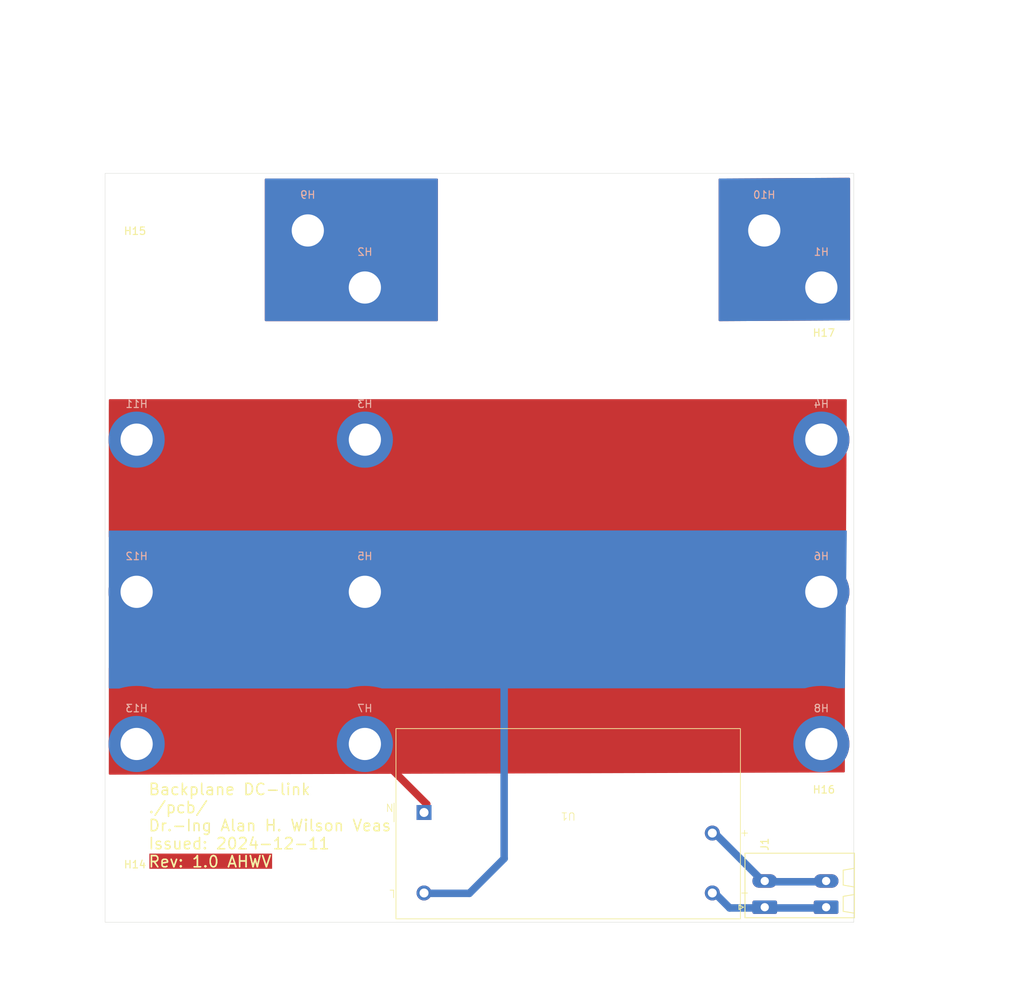
<source format=kicad_pcb>
(kicad_pcb (version 20240108) (generator "pcbnew") (generator_version "8.0")
  (title_block (title "Backplane DC-link") (date "2024-12-11") (rev "1.0") (company "Dr.-Ing Alan H. Wilson Veas") (comment 1 "AHWV"))
  (layers (0 "F.Cu" signal) (31 "B.Cu" signal) (34 "B.Paste" user) (35 "F.Paste" user) (36 "B.SilkS" user "B.Silkscreen") (37 "F.SilkS" user "F.Silkscreen") (38 "B.Mask" user) (39 "F.Mask" user) (44 "Edge.Cuts" user))
  (net 0 "")
  (net 1 "/dcp")
  (net 2 "/dcm")
  (net 3 "/dcn")
  (net 4 "/phb")
  (net 5 "/pha")
  (net 6 "/5v")
  (net 7 "/gnd")
  (footprint "MountingHole:MountingHole_2.7mm_M2.5" (layer "F.Cu") (at 136 65)
    (property "Reference" "H17" (at 0 -3.7 0) (layer "F.SilkS"))
    (property "Value" "MountingHole")
    (pad "" np_thru_hole circle (at 0 0) (size 2.7 2.7) (drill 2.7) (layers "*.Cu" "*.Mask"))
  )
  (footprint "MountingHole:MountingHole_2.7mm_M2.5" (layer "F.Cu") (at 44 136)
    (property "Reference" "H14" (at 0 -3.7 0) (layer "F.SilkS"))
    (property "Value" "MountingHole")
    (pad "" np_thru_hole circle (at 0 0) (size 2.7 2.7) (drill 2.7) (layers "*.Cu" "*.Mask"))
  )
  (footprint "MountingHole:MountingHole_2.7mm_M2.5" (layer "F.Cu") (at 44 44 180)
    (property "Reference" "H15" (at 0 -3.7 0) (layer "F.SilkS"))
    (property "Value" "MountingHole")
    (pad "" np_thru_hole circle (at 0 0 180) (size 2.7 2.7) (drill 2.7) (layers "*.Cu" "*.Mask"))
  )
  (footprint "My_Converter_ACDC:IRM-05-5" (layer "F.Cu") (at 101.85 125.35 180)
    (property "Reference" "U1" (at 0 -0.5 180) (layer "F.SilkS") (effects (font (thickness 0.1))))
    (property "Value" "IRM-05-5")
    (fp_line (start 23.25 -1.25) (end 23.25 1.25) (stroke (width 0.1)) (layer "F.SilkS"))
    (fp_rect (start -23 -14.2) (end 23 11.2) (stroke (width 0.1)) (fill none) (layer "F.SilkS"))
    (fp_text user "L" (at 23 -10.25 180) (layer "F.SilkS") (effects (font (thickness 0.1)) (justify left bottom)))
    (fp_text user "-" (at -24.25 -10.25 180) (layer "F.SilkS") (effects (font (thickness 0.1)) (justify left bottom)))
    (fp_text user "N" (at 23.25 1.25 180) (layer "F.SilkS") (effects (font (thickness 0.1)) (justify left bottom)))
    (fp_text user "+" (at -24.25 -2.25 180) (layer "F.SilkS") (effects (font (thickness 0.1)) (justify left bottom)))
    (pad "1" thru_hole rect (at 19.25 0 180) (size 2 2) (drill 1.2) (layers "*.Cu" "*.Mask") (net 3 "/dcn"))
    (pad "2" thru_hole circle (at 19.25 -10.75 180) (size 2 2) (drill 1.2) (layers "*.Cu" "*.Mask") (net 2 "/dcm"))
    (pad "4" thru_hole circle (at -19.25 -10.75 180) (size 2 2) (drill 1.2) (layers "*.Cu" "*.Mask") (net 7 "/gnd"))
    (pad "5" thru_hole circle (at -19.25 -2.75 180) (size 2 2) (drill 1.2) (layers "*.Cu" "*.Mask") (net 6 "/5v"))
  )
  (footprint "Connector_Phoenix_SPT:PhoenixContact_SPT_1.5_2-H-3.5_1x02_P3.5mm_Horizontal" (layer "F.Cu") (at 128.1 138 90)
    (property "Reference" "J1" (at 8.4 0 90) (layer "F.SilkS"))
    (property "Value" "Conn_01x02")
    (fp_line (start 0.3 -3.44) (end 0 -2.84) (stroke (width 0.12)) (layer "F.SilkS"))
    (fp_line (start -0.3 -3.44) (end 0.3 -3.44) (stroke (width 0.12)) (layer "F.SilkS"))
    (fp_line (start -0.3 -3.44) (end 0 -2.84) (stroke (width 0.12)) (layer "F.SilkS"))
    (fp_line (start 7.21 -2.64) (end 7.21 11.98) (stroke (width 0.12)) (layer "F.SilkS"))
    (fp_line (start -1.41 -2.64) (end 7.21 -2.64) (stroke (width 0.12)) (layer "F.SilkS"))
    (fp_line (start 2.95 10.48) (end 4.95 10.48) (stroke (width 0.12)) (layer "F.SilkS"))
    (fp_line (start -0.55 10.48) (end 1.45 10.48) (stroke (width 0.12)) (layer "F.SilkS"))
    (fp_line (start 7.21 11.98) (end -1.41 11.98) (stroke (width 0.12)) (layer "F.SilkS"))
    (fp_line (start 5.2 11.98) (end 4.95 10.48) (stroke (width 0.12)) (layer "F.SilkS"))
    (fp_line (start 2.7 11.98) (end 2.95 10.48) (stroke (width 0.12)) (layer "F.SilkS"))
    (fp_line (start 1.7 11.98) (end 1.45 10.48) (stroke (width 0.12)) (layer "F.SilkS"))
    (fp_line (start -0.8 11.98) (end -0.55 10.48) (stroke (width 0.12)) (layer "F.SilkS"))
    (fp_line (start -1.41 11.98) (end -1.41 -2.64) (stroke (width 0.12)) (layer "F.SilkS"))
    (pad "1" thru_hole roundrect (at 0 0 90) (size 1.8 3.3) (drill 1.1) (layers "*.Cu" "*.Mask") (roundrect_rratio 0.138889) (net 7 "/gnd"))
    (pad "1" thru_hole roundrect (at 0 8.2 90) (size 1.8 3.3) (drill 1.1) (layers "*.Cu" "*.Mask") (roundrect_rratio 0.138889) (net 7 "/gnd"))
    (pad "2" thru_hole oval (at 3.5 0 90) (size 1.8 3.3) (drill 1.1) (layers "*.Cu" "*.Mask") (net 6 "/5v"))
    (pad "2" thru_hole oval (at 3.5 8.2 90) (size 1.8 3.3) (drill 1.1) (layers "*.Cu" "*.Mask") (net 6 "/5v"))
  )
  (footprint "MountingHole:MountingHole_2.7mm_M2.5" (layer "F.Cu") (at 136 126)
    (property "Reference" "H16" (at 0 -3.7 0) (layer "F.SilkS"))
    (property "Value" "MountingHole")
    (pad "" np_thru_hole circle (at 0 0) (size 2.7 2.7) (drill 2.7) (layers "*.Cu" "*.Mask"))
  )
  (footprint "MountingHole:MountingHole_4.3mm_M4_DIN965_Pad" (layer "B.Cu") (at 44.217999 75.559999 180)
    (property "Reference" "H11" (at 0 4.75 0) (layer "B.SilkS") (effects (justify mirror)))
    (property "Value" "MountingHole_Pad")
    (pad "1" thru_hole circle (at 0 0 180) (size 7.5 7.5) (drill 4.3) (layers "*.Cu" "*.Mask") (net 1 "/dcp"))
  )
  (footprint "MountingHole:MountingHole_4.3mm_M4_DIN965_Pad" (layer "B.Cu") (at 135.657999 75.559999 180)
    (property "Reference" "H4" (at 0 4.75 0) (layer "B.SilkS") (effects (justify mirror)))
    (property "Value" "MountingHole_Pad")
    (pad "1" thru_hole circle (at 0 0 180) (size 7.5 7.5) (drill 4.3) (layers "*.Cu" "*.Mask") (net 1 "/dcp"))
  )
  (footprint "MountingHole:MountingHole_4.3mm_M4_DIN965_Pad" (layer "B.Cu") (at 74.697999 55.239999 180)
    (property "Reference" "H2" (at 0 4.75 0) (layer "B.SilkS") (effects (justify mirror)))
    (property "Value" "MountingHole_Pad")
    (pad "1" thru_hole circle (at 0 0 180) (size 7.5 7.5) (drill 4.3) (layers "*.Cu" "*.Mask") (net 5 "/pha"))
  )
  (footprint "MountingHole:MountingHole_4.3mm_M4_DIN965_Pad" (layer "B.Cu") (at 74.697999 116.199999 180)
    (property "Reference" "H7" (at 0 4.75 0) (layer "B.SilkS") (effects (justify mirror)))
    (property "Value" "MountingHole_Pad")
    (pad "1" thru_hole circle (at 0 0 180) (size 7.5 7.5) (drill 4.3) (layers "*.Cu" "*.Mask") (net 3 "/dcn"))
  )
  (footprint "MountingHole:MountingHole_4.3mm_M4_DIN965_Pad" (layer "B.Cu") (at 74.697999 95.879999 180)
    (property "Reference" "H5" (at 0 4.75 0) (layer "B.SilkS") (effects (justify mirror)))
    (property "Value" "MountingHole_Pad")
    (pad "1" thru_hole circle (at 0 0 180) (size 7.5 7.5) (drill 4.3) (layers "*.Cu" "*.Mask") (net 2 "/dcm"))
  )
  (footprint "MountingHole:MountingHole_4.3mm_M4_DIN965_Pad" (layer "B.Cu") (at 135.657999 116.199999 180)
    (property "Reference" "H8" (at 0 4.75 0) (layer "B.SilkS") (effects (justify mirror)))
    (property "Value" "MountingHole_Pad")
    (pad "1" thru_hole circle (at 0 0 180) (size 7.5 7.5) (drill 4.3) (layers "*.Cu" "*.Mask") (net 3 "/dcn"))
  )
  (footprint "MountingHole:MountingHole_4.3mm_M4_DIN965_Pad" (layer "B.Cu") (at 44.217999 116.199999 180)
    (property "Reference" "H13" (at 0 4.75 0) (layer "B.SilkS") (effects (justify mirror)))
    (property "Value" "MountingHole_Pad")
    (pad "1" thru_hole circle (at 0 0 180) (size 7.5 7.5) (drill 4.3) (layers "*.Cu" "*.Mask") (net 3 "/dcn"))
  )
  (footprint "MountingHole:MountingHole_4.3mm_M4_DIN965_Pad" (layer "B.Cu") (at 128.037999 47.619999 180)
    (property "Reference" "H10" (at 0 4.75 0) (layer "B.SilkS") (effects (justify mirror)))
    (property "Value" "MountingHole_Pad")
    (pad "1" thru_hole circle (at 0 0 180) (size 7.5 7.5) (drill 4.3) (layers "*.Cu" "*.Mask") (net 4 "/phb"))
  )
  (footprint "MountingHole:MountingHole_4.3mm_M4_DIN965_Pad" (layer "B.Cu") (at 74.697999 75.559999 180)
    (property "Reference" "H3" (at 0 4.75 0) (layer "B.SilkS") (effects (justify mirror)))
    (property "Value" "MountingHole_Pad")
    (pad "1" thru_hole circle (at 0 0 180) (size 7.5 7.5) (drill 4.3) (layers "*.Cu" "*.Mask") (net 1 "/dcp"))
  )
  (footprint "MountingHole:MountingHole_4.3mm_M4_DIN965_Pad" (layer "B.Cu") (at 44.217999 95.879999 180)
    (property "Reference" "H12" (at 0 4.75 0) (layer "B.SilkS") (effects (justify mirror)))
    (property "Value" "MountingHole_Pad")
    (pad "1" thru_hole circle (at 0 0 180) (size 7.5 7.5) (drill 4.3) (layers "*.Cu" "*.Mask") (net 2 "/dcm"))
  )
  (footprint "MountingHole:MountingHole_4.3mm_M4_DIN965_Pad" (layer "B.Cu") (at 135.657999 55.239999 180)
    (property "Reference" "H1" (at 0 4.75 0) (layer "B.SilkS") (effects (justify mirror)))
    (property "Value" "MountingHole_Pad")
    (pad "1" thru_hole circle (at 0 0 180) (size 7.5 7.5) (drill 4.3) (layers "*.Cu" "*.Mask") (net 4 "/phb"))
  )
  (footprint "MountingHole:MountingHole_4.3mm_M4_DIN965_Pad" (layer "B.Cu") (at 67.077999 47.619999 180)
    (property "Reference" "H9" (at 0 4.75 0) (layer "B.SilkS") (effects (justify mirror)))
    (property "Value" "MountingHole_Pad")
    (pad "1" thru_hole circle (at 0 0 180) (size 7.5 7.5) (drill 4.3) (layers "*.Cu" "*.Mask") (net 5 "/pha"))
  )
  (footprint "MountingHole:MountingHole_4.3mm_M4_DIN965_Pad" (layer "B.Cu") (at 135.657999 95.879999 180)
    (property "Reference" "H6" (at 0 4.75 0) (layer "B.SilkS") (effects (justify mirror)))
    (property "Value" "MountingHole_Pad")
    (pad "1" thru_hole circle (at 0 0 180) (size 7.5 7.5) (drill 4.3) (layers "*.Cu" "*.Mask") (net 2 "/dcm"))
  )
  (gr_rect (start 40 40) (end 140 140) (stroke (width 0.05)) (fill none) (layer "Edge.Cuts"))
  (gr_text "Rev: ${REVISION} ${COMMENT1}" (at 45.7 132.8 -0) (layer "F.Cu" knockout) (effects (font (size 1.5 1.5) (thickness 0.2) (bold yes)) (justify left bottom)))
  (gr_text "${TITLE}\n./pcb/${PROJECTNAME}\n${COMPANY}\nIssued: ${ISSUE_DATE}\nRev: ${REVISION} ${COMMENT1}" (at 45.7 132.8 -0) (layer "F.SilkS") (effects (font (size 1.5 1.5) (thickness 0.2)) (justify left bottom)))
  (segment (start 82.779999 95.879999) (end 74.92 95.879999) (width 1) (layer "B.Cu") (net 2))
  (segment (start 93.3 106.4) (end 82.779999 95.879999) (width 1) (layer "B.Cu") (net 2))
  (segment (start 88.65 136.15) (end 93.3 131.5) (width 1) (layer "B.Cu") (net 2))
  (segment (start 93.3 131.5) (end 93.3 106.4) (width 1) (layer "B.Cu") (net 2))
  (segment (start 82.9625 136.15) (end 88.65 136.15) (width 1) (layer "B.Cu") (net 2))
  (segment (start 74.92 116.199999) (end 82.9625 124.242499) (width 1) (layer "F.Cu") (net 3))
  (segment (start 82.9625 124.242499) (end 82.9625 125.4) (width 1) (layer "F.Cu") (net 3))
  (segment (start 127.9125 134.6) (end 121.4625 128.15) (width 1) (layer "B.Cu") (net 6))
  (segment (start 128.5525 134.6) (end 127.9125 134.6) (width 0.2) (layer "B.Cu") (net 6))
  (segment (start 128.5525 134.6) (end 136.7525 134.6) (width 1) (layer "B.Cu") (net 6))
  (segment (start 136.7525 138.1) (end 128.5525 138.1) (width 1) (layer "B.Cu") (net 7))
  (segment (start 123.4125 138.1) (end 121.4625 136.15) (width 1) (layer "B.Cu") (net 7))
  (segment (start 128.5525 138.1) (end 123.4125 138.1) (width 1) (layer "B.Cu") (net 7))
  (zone (net 3) (net_name "/dcn") (layer "F.Cu") (priority 2) (connect_pads yes (clearance 0.5)) (min_thickness 0.25) (fill yes (thermal_gap 0.5) (thermal_bridge_width 0.5))
    (polygon (pts (xy 40.508 105.964) (xy 138.806 105.964) (xy 138.8 120) (xy 40.5 120.3)))
  )
  (zone (net 1) (net_name "/dcp") (layer "F.Cu") (connect_pads yes (clearance 0.5)) (min_thickness 0.25) (fill yes (thermal_gap 0.5) (thermal_bridge_width 0.5))
    (polygon (pts (xy 40.508 70.15) (xy 139.06 70.15) (xy 138.96 88.65) (xy 40.408 88.65)))
  )
  (zone (net 4) (net_name "/phb") (layers "F&B.Cu") (priority 3) (connect_pads yes (clearance 0.5)) (min_thickness 0.25) (fill yes (thermal_gap 0.5) (thermal_bridge_width 0.5))
    (polygon (pts (xy 121.944 40.686) (xy 139.658 40.586) (xy 139.658 59.636) (xy 121.944 59.736)))
  )
  (zone (net 5) (net_name "/pha") (layers "F&B.Cu") (priority 3) (connect_pads yes (clearance 0.5)) (min_thickness 0.25) (fill yes (thermal_gap 0.5) (thermal_bridge_width 0.5))
    (polygon (pts (xy 61.336 40.686) (xy 84.45 40.686) (xy 84.45 59.736) (xy 61.336 59.736)))
  )
  (zone (net 2) (net_name "/dcm") (layer "B.Cu") (priority 1) (connect_pads yes (clearance 0.5)) (min_thickness 0.25) (fill yes (thermal_gap 0.5) (thermal_bridge_width 0.5))
    (polygon (pts (xy 40.4 87.7) (xy 139.06 87.676) (xy 138.806 108.758) (xy 40.4 108.8)))
  )
)
</source>
